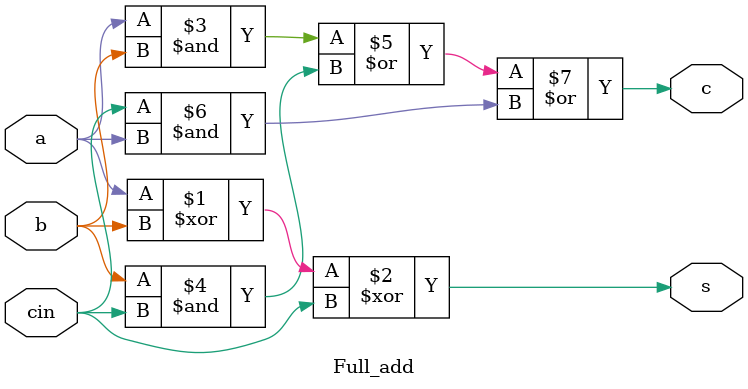
<source format=v>
`timescale 1ns / 1ps


module Full_add(input a,b,cin ,output s,c

    );
    assign s = a^b^cin;
    assign c =(a&b)|(b&cin)|(cin&a);
endmodule

</source>
